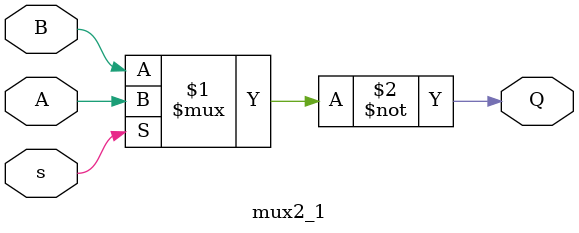
<source format=v>
module mux2_1 ( A, B, s, Q );
	input A;
	input B;
	input s;
	output Q;
	assign Q = ~ ( s ? A : B ); /* mock-up for FPGA implementation */
endmodule
</source>
